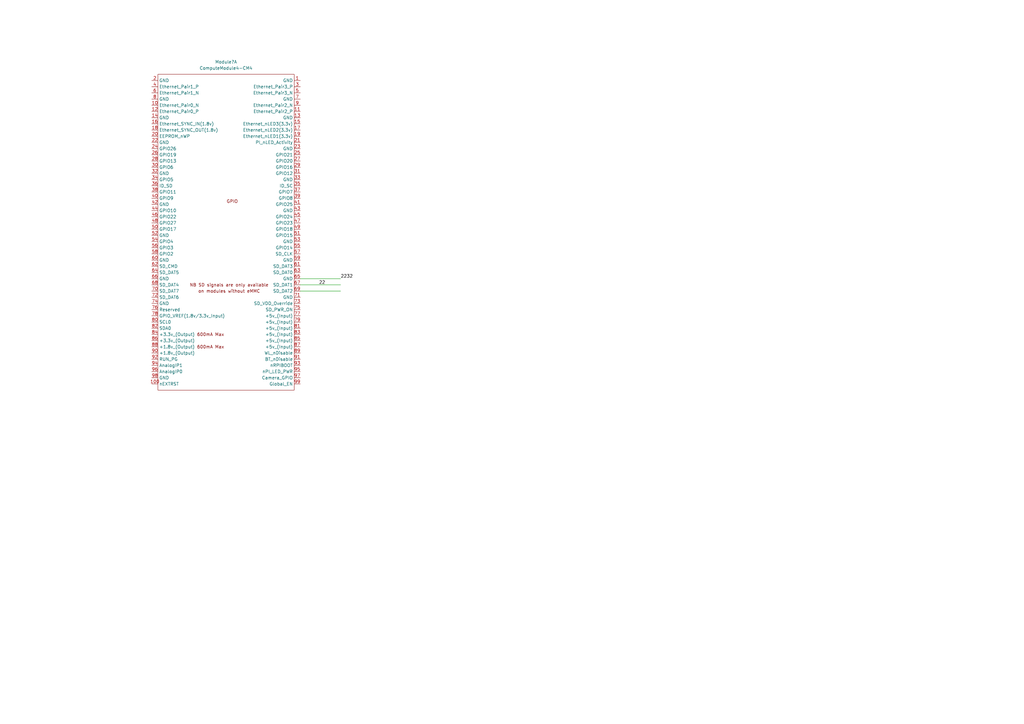
<source format=kicad_sch>
(kicad_sch (version 20211123) (generator eeschema)
  (paper "A3")
  (lib_symbols
    (symbol "haha:ComputeModule4-CM4"
      (property "Reference" "Module1" (at -2.54 61.595 0))
      (property "Value" "ComputeModule4-CM4" (at -2.54 59.2836 0))
      (symbol "ComputeModule4-CM4_1_0"
        (text "GPIO" (at 0 6.35 0) (effects (font (size 1.27 1.27))))
      )
      (symbol "ComputeModule4-CM4_1_1"
        (rectangle (start -30.48 -71.12) (end 25.4 58.42))
        (text "600mA Max" (at -8.89 -53.34 0) (effects (font (size 1.27 1.27))))
        (text "600mA Max" (at -8.89 -48.26 0) (effects (font (size 1.27 1.27))))
        (text "NB SD signals are only available" (at -1.27 -27.94 0) (effects (font (size 1.27 1.27))))
        (text "on modules without eMMC" (at -1.27 -30.48 0) (effects (font (size 1.27 1.27))))
        (pin power_in line (at 27.94 55.88 180) (length 2.54) (name "GND") (number "1"))
        (pin passive line (at -33.02 45.72 0) (length 2.54) (name "Ethernet_Pair0_N") (number "10"))
        (pin output line (at -33.02 -68.58 0) (length 2.54) (name "nEXTRST") (number "100"))
        (pin passive line (at 27.94 43.18 180) (length 2.54) (name "Ethernet_Pair2_P") (number "11"))
        (pin passive line (at -33.02 43.18 0) (length 2.54) (name "Ethernet_Pair0_P") (number "12"))
        (pin power_in line (at 27.94 40.64 180) (length 2.54) (name "GND") (number "13"))
        (pin power_in line (at -33.02 40.64 0) (length 2.54) (name "GND") (number "14"))
        (pin output line (at 27.94 38.1 180) (length 2.54) (name "Ethernet_nLED3(3.3v)") (number "15"))
        (pin input line (at -33.02 38.1 0) (length 2.54) (name "Ethernet_SYNC_IN(1.8v)") (number "16"))
        (pin output line (at 27.94 35.56 180) (length 2.54) (name "Ethernet_nLED2(3.3v)") (number "17"))
        (pin input line (at -33.02 35.56 0) (length 2.54) (name "Ethernet_SYNC_OUT(1.8v)") (number "18"))
        (pin output line (at 27.94 33.02 180) (length 2.54) (name "Ethernet_nLED1(3.3v)") (number "19"))
        (pin power_in line (at -33.02 55.88 0) (length 2.54) (name "GND") (number "2"))
        (pin passive line (at -33.02 33.02 0) (length 2.54) (name "EEPROM_nWP") (number "20"))
        (pin open_collector line (at 27.94 30.48 180) (length 2.54) (name "PI_nLED_Activity") (number "21"))
        (pin power_in line (at -33.02 30.48 0) (length 2.54) (name "GND") (number "22"))
        (pin power_in line (at 27.94 27.94 180) (length 2.54) (name "GND") (number "23"))
        (pin passive line (at -33.02 27.94 0) (length 2.54) (name "GPIO26") (number "24"))
        (pin passive line (at 27.94 25.4 180) (length 2.54) (name "GPIO21") (number "25"))
        (pin passive line (at -33.02 25.4 0) (length 2.54) (name "GPIO19") (number "26"))
        (pin passive line (at 27.94 22.86 180) (length 2.54) (name "GPIO20") (number "27"))
        (pin passive line (at -33.02 22.86 0) (length 2.54) (name "GPIO13") (number "28"))
        (pin passive line (at 27.94 20.32 180) (length 2.54) (name "GPIO16") (number "29"))
        (pin passive line (at 27.94 53.34 180) (length 2.54) (name "Ethernet_Pair3_P") (number "3"))
        (pin passive line (at -33.02 20.32 0) (length 2.54) (name "GPIO6") (number "30"))
        (pin passive line (at 27.94 17.78 180) (length 2.54) (name "GPIO12") (number "31"))
        (pin power_in line (at -33.02 17.78 0) (length 2.54) (name "GND") (number "32"))
        (pin power_in line (at 27.94 15.24 180) (length 2.54) (name "GND") (number "33"))
        (pin passive line (at -33.02 15.24 0) (length 2.54) (name "GPIO5") (number "34"))
        (pin passive line (at 27.94 12.7 180) (length 2.54) (name "ID_SC") (number "35"))
        (pin passive line (at -33.02 12.7 0) (length 2.54) (name "ID_SD") (number "36"))
        (pin passive line (at 27.94 10.16 180) (length 2.54) (name "GPIO7") (number "37"))
        (pin passive line (at -33.02 10.16 0) (length 2.54) (name "GPIO11") (number "38"))
        (pin passive line (at 27.94 7.62 180) (length 2.54) (name "GPIO8") (number "39"))
        (pin passive line (at -33.02 53.34 0) (length 2.54) (name "Ethernet_Pair1_P") (number "4"))
        (pin passive line (at -33.02 7.62 0) (length 2.54) (name "GPIO9") (number "40"))
        (pin passive line (at 27.94 5.08 180) (length 2.54) (name "GPIO25") (number "41"))
        (pin power_in line (at -33.02 5.08 0) (length 2.54) (name "GND") (number "42"))
        (pin power_in line (at 27.94 2.54 180) (length 2.54) (name "GND") (number "43"))
        (pin passive line (at -33.02 2.54 0) (length 2.54) (name "GPIO10") (number "44"))
        (pin passive line (at 27.94 0 180) (length 2.54) (name "GPIO24") (number "45"))
        (pin passive line (at -33.02 0 0) (length 2.54) (name "GPIO22") (number "46"))
        (pin passive line (at 27.94 -2.54 180) (length 2.54) (name "GPIO23") (number "47"))
        (pin passive line (at -33.02 -2.54 0) (length 2.54) (name "GPIO27") (number "48"))
        (pin passive line (at 27.94 -5.08 180) (length 2.54) (name "GPIO18") (number "49"))
        (pin passive line (at 27.94 50.8 180) (length 2.54) (name "Ethernet_Pair3_N") (number "5"))
        (pin passive line (at -33.02 -5.08 0) (length 2.54) (name "GPIO17") (number "50"))
        (pin passive line (at 27.94 -7.62 180) (length 2.54) (name "GPIO15") (number "51"))
        (pin power_in line (at -33.02 -7.62 0) (length 2.54) (name "GND") (number "52"))
        (pin power_in line (at 27.94 -10.16 180) (length 2.54) (name "GND") (number "53"))
        (pin passive line (at -33.02 -10.16 0) (length 2.54) (name "GPIO4") (number "54"))
        (pin passive line (at 27.94 -12.7 180) (length 2.54) (name "GPIO14") (number "55"))
        (pin passive line (at -33.02 -12.7 0) (length 2.54) (name "GPIO3") (number "56"))
        (pin passive line (at 27.94 -15.24 180) (length 2.54) (name "SD_CLK") (number "57"))
        (pin passive line (at -33.02 -15.24 0) (length 2.54) (name "GPIO2") (number "58"))
        (pin power_in line (at 27.94 -17.78 180) (length 2.54) (name "GND") (number "59"))
        (pin passive line (at -33.02 50.8 0) (length 2.54) (name "Ethernet_Pair1_N") (number "6"))
        (pin power_in line (at -33.02 -17.78 0) (length 2.54) (name "GND") (number "60"))
        (pin passive line (at 27.94 -20.32 180) (length 2.54) (name "SD_DAT3") (number "61"))
        (pin passive line (at -33.02 -20.32 0) (length 2.54) (name "SD_CMD") (number "62"))
        (pin passive line (at 27.94 -22.86 180) (length 2.54) (name "SD_DAT0") (number "63"))
        (pin passive line (at -33.02 -22.86 0) (length 2.54) (name "SD_DAT5") (number "64"))
        (pin power_in line (at 27.94 -25.4 180) (length 2.54) (name "GND") (number "65"))
        (pin power_in line (at -33.02 -25.4 0) (length 2.54) (name "GND") (number "66"))
        (pin passive line (at 27.94 -27.94 180) (length 2.54) (name "SD_DAT1") (number "67"))
        (pin passive line (at -33.02 -27.94 0) (length 2.54) (name "SD_DAT4") (number "68"))
        (pin passive line (at 27.94 -30.48 180) (length 2.54) (name "SD_DAT2") (number "69"))
        (pin power_in line (at 27.94 48.26 180) (length 2.54) (name "GND") (number "7"))
        (pin passive line (at -33.02 -30.48 0) (length 2.54) (name "SD_DAT7") (number "70"))
        (pin power_in line (at 27.94 -33.02 180) (length 2.54) (name "GND") (number "71"))
        (pin passive line (at -33.02 -33.02 0) (length 2.54) (name "SD_DAT6") (number "72"))
        (pin input line (at 27.94 -35.56 180) (length 2.54) (name "SD_VDD_Override") (number "73"))
        (pin power_in line (at -33.02 -35.56 0) (length 2.54) (name "GND") (number "74"))
        (pin output line (at 27.94 -38.1 180) (length 2.54) (name "SD_PWR_ON") (number "75"))
        (pin passive line (at -33.02 -38.1 0) (length 2.54) (name "Reserved") (number "76"))
        (pin power_in line (at 27.94 -40.64 180) (length 2.54) (name "+5v_(Input)") (number "77"))
        (pin power_in line (at -33.02 -40.64 0) (length 2.54) (name "GPIO_VREF(1.8v/3.3v_Input)") (number "78"))
        (pin power_in line (at 27.94 -43.18 180) (length 2.54) (name "+5v_(Input)") (number "79"))
        (pin power_in line (at -33.02 48.26 0) (length 2.54) (name "GND") (number "8"))
        (pin passive line (at -33.02 -43.18 0) (length 2.54) (name "SCL0") (number "80"))
        (pin power_in line (at 27.94 -45.72 180) (length 2.54) (name "+5v_(Input)") (number "81"))
        (pin passive line (at -33.02 -45.72 0) (length 2.54) (name "SDA0") (number "82"))
        (pin power_in line (at 27.94 -48.26 180) (length 2.54) (name "+5v_(Input)") (number "83"))
        (pin power_out line (at -33.02 -48.26 0) (length 2.54) (name "+3.3v_(Output)") (number "84"))
        (pin power_in line (at 27.94 -50.8 180) (length 2.54) (name "+5v_(Input)") (number "85"))
        (pin power_out line (at -33.02 -50.8 0) (length 2.54) (name "+3.3v_(Output)") (number "86"))
        (pin power_in line (at 27.94 -53.34 180) (length 2.54) (name "+5v_(Input)") (number "87"))
        (pin power_out line (at -33.02 -53.34 0) (length 2.54) (name "+1.8v_(Output)") (number "88"))
        (pin input line (at 27.94 -55.88 180) (length 2.54) (name "WL_nDisable") (number "89"))
        (pin passive line (at 27.94 45.72 180) (length 2.54) (name "Ethernet_Pair2_N") (number "9"))
        (pin power_out line (at -33.02 -55.88 0) (length 2.54) (name "+1.8v_(Output)") (number "90"))
        (pin input line (at 27.94 -58.42 180) (length 2.54) (name "BT_nDisable") (number "91"))
        (pin passive line (at -33.02 -58.42 0) (length 2.54) (name "RUN_PG") (number "92"))
        (pin input line (at 27.94 -60.96 180) (length 2.54) (name "nRPIBOOT") (number "93"))
        (pin passive line (at -33.02 -60.96 0) (length 2.54) (name "AnalogIP1") (number "94"))
        (pin output line (at 27.94 -63.5 180) (length 2.54) (name "nPI_LED_PWR") (number "95"))
        (pin passive line (at -33.02 -63.5 0) (length 2.54) (name "AnalogIP0") (number "96"))
        (pin passive line (at 27.94 -66.04 180) (length 2.54) (name "Camera_GPIO") (number "97"))
        (pin power_in line (at -33.02 -66.04 0) (length 2.54) (name "GND") (number "98"))
        (pin input line (at 27.94 -68.58 180) (length 2.54) (name "Global_EN") (number "99"))
      )
      (symbol "ComputeModule4-CM4_2_1"
        (rectangle (start 114.3 -66.04) (end 165.1 63.5))
        (text "High Speed Serial" (at 140.97 0 0) (effects (font (size 1.27 1.27))))
        (pin input line (at 170.18 60.96 180) (length 5.08) (name "USB_OTG_ID") (number "101"))
        (pin input line (at 109.22 60.96 0) (length 5.08) (name "PCIe_CLK_nREQ") (number "102"))
        (pin passive line (at 170.18 58.42 180) (length 5.08) (name "USB2_N") (number "103"))
        (pin passive line (at 109.22 58.42 0) (length 5.08) (name "Reserved") (number "104"))
        (pin passive line (at 170.18 55.88 180) (length 5.08) (name "USB2_P") (number "105"))
        (pin passive line (at 109.22 55.88 0) (length 5.08) (name "Reserved") (number "106"))
        (pin power_in line (at 170.18 53.34 180) (length 5.08) (name "GND") (number "107"))
        (pin power_in line (at 109.22 53.34 0) (length 5.08) (name "GND") (number "108"))
        (pin bidirectional line (at 170.18 50.8 180) (length 5.08) (name "PCIe_nRST") (number "109"))
        (pin output line (at 109.22 50.8 0) (length 5.08) (name "PCIe_CLK_P") (number "110"))
        (pin passive line (at 170.18 48.26 180) (length 5.08) (name "VDAC_COMP") (number "111"))
        (pin output line (at 109.22 48.26 0) (length 5.08) (name "PCIe_CLK_N") (number "112"))
        (pin power_in line (at 170.18 45.72 180) (length 5.08) (name "GND") (number "113"))
        (pin power_in line (at 109.22 45.72 0) (length 5.08) (name "GND") (number "114"))
        (pin input line (at 170.18 43.18 180) (length 5.08) (name "CAM1_D0_N") (number "115"))
        (pin input line (at 109.22 43.18 0) (length 5.08) (name "PCIe_RX_P") (number "116"))
        (pin input line (at 170.18 40.64 180) (length 5.08) (name "CAM1_D0_P") (number "117"))
        (pin input line (at 109.22 40.64 0) (length 5.08) (name "PCIe_RX_N") (number "118"))
        (pin power_in line (at 170.18 38.1 180) (length 5.08) (name "GND") (number "119"))
        (pin power_in line (at 109.22 38.1 0) (length 5.08) (name "GND") (number "120"))
        (pin input line (at 170.18 35.56 180) (length 5.08) (name "CAM1_D1_N") (number "121"))
        (pin output line (at 109.22 35.56 0) (length 5.08) (name "PCIe_TX_P") (number "122"))
        (pin input line (at 170.18 33.02 180) (length 5.08) (name "CAM1_D1_P") (number "123"))
        (pin output line (at 109.22 33.02 0) (length 5.08) (name "PCIe_TX_N") (number "124"))
        (pin power_in line (at 170.18 30.48 180) (length 5.08) (name "GND") (number "125"))
        (pin power_in line (at 109.22 30.48 0) (length 5.08) (name "GND") (number "126"))
        (pin input line (at 170.18 27.94 180) (length 5.08) (name "CAM1_C_N") (number "127"))
        (pin input line (at 109.22 27.94 0) (length 5.08) (name "CAM0_D0_N") (number "128"))
        (pin input line (at 170.18 25.4 180) (length 5.08) (name "CAM1_C_P") (number "129"))
        (pin input line (at 109.22 25.4 0) (length 5.08) (name "CAM0_D0_P") (number "130"))
        (pin power_in line (at 170.18 22.86 180) (length 5.08) (name "GND") (number "131"))
        (pin power_in line (at 109.22 22.86 0) (length 5.08) (name "GND") (number "132"))
        (pin input line (at 170.18 20.32 180) (length 5.08) (name "CAM1_D2_N") (number "133"))
        (pin input line (at 109.22 20.32 0) (length 5.08) (name "CAM0_D1_N") (number "134"))
        (pin input line (at 170.18 17.78 180) (length 5.08) (name "CAM1_D2_P") (number "135"))
        (pin input line (at 109.22 17.78 0) (length 5.08) (name "CAM0_D1_P") (number "136"))
        (pin power_in line (at 170.18 15.24 180) (length 5.08) (name "GND") (number "137"))
        (pin power_in line (at 109.22 15.24 0) (length 5.08) (name "GND") (number "138"))
        (pin input line (at 170.18 12.7 180) (length 5.08) (name "CAM1_D3_N") (number "139"))
        (pin input line (at 109.22 12.7 0) (length 5.08) (name "CAM0_C_N") (number "140"))
        (pin input line (at 170.18 10.16 180) (length 5.08) (name "CAM1_D3_P") (number "141"))
        (pin input line (at 109.22 10.16 0) (length 5.08) (name "CAM0_C_P") (number "142"))
        (pin input line (at 170.18 7.62 180) (length 5.08) (name "HDMI1_HOTPLUG") (number "143"))
        (pin power_in line (at 109.22 7.62 0) (length 5.08) (name "GND") (number "144"))
        (pin bidirectional line (at 170.18 5.08 180) (length 5.08) (name "HDMI1_SDA") (number "145"))
        (pin output line (at 109.22 5.08 0) (length 5.08) (name "HDMI1_TX2_P") (number "146"))
        (pin open_collector line (at 170.18 2.54 180) (length 5.08) (name "HDMI1_SCL") (number "147"))
        (pin output line (at 109.22 2.54 0) (length 5.08) (name "HDMI1_TX2_N") (number "148"))
        (pin open_collector line (at 170.18 0 180) (length 5.08) (name "HDMI1_CEC") (number "149"))
        (pin power_in line (at 109.22 0 0) (length 5.08) (name "GND") (number "150"))
        (pin open_collector line (at 170.18 -2.54 180) (length 5.08) (name "HDMI0_CEC") (number "151"))
        (pin output line (at 109.22 -2.54 0) (length 5.08) (name "HDMI1_TX1_P") (number "152"))
        (pin input line (at 170.18 -5.08 180) (length 5.08) (name "HDMI0_HOTPLUG") (number "153"))
        (pin output line (at 109.22 -5.08 0) (length 5.08) (name "HDMI1_TX1_N") (number "154"))
        (pin power_in line (at 170.18 -7.62 180) (length 5.08) (name "GND") (number "155"))
        (pin power_in line (at 109.22 -7.62 0) (length 5.08) (name "GND") (number "156"))
        (pin output line (at 170.18 -10.16 180) (length 5.08) (name "DSI0_D0_N") (number "157"))
        (pin output line (at 109.22 -10.16 0) (length 5.08) (name "HDMI1_TX0_P") (number "158"))
        (pin output line (at 170.18 -12.7 180) (length 5.08) (name "DSI0_D0_P") (number "159"))
        (pin output line (at 109.22 -12.7 0) (length 5.08) (name "HDMI1_TX0_N") (number "160"))
        (pin power_in line (at 170.18 -15.24 180) (length 5.08) (name "GND") (number "161"))
        (pin power_in line (at 109.22 -15.24 0) (length 5.08) (name "GND") (number "162"))
        (pin output line (at 170.18 -17.78 180) (length 5.08) (name "DSI0_D1_N") (number "163"))
        (pin output line (at 109.22 -17.78 0) (length 5.08) (name "HDMI1_CLK_P") (number "164"))
        (pin output line (at 170.18 -20.32 180) (length 5.08) (name "DSI0_D1_P") (number "165"))
        (pin output line (at 109.22 -20.32 0) (length 5.08) (name "HDMI1_CLK_N") (number "166"))
        (pin power_in line (at 170.18 -22.86 180) (length 5.08) (name "GND") (number "167"))
        (pin power_in line (at 109.22 -22.86 0) (length 5.08) (name "GND") (number "168"))
        (pin output line (at 170.18 -25.4 180) (length 5.08) (name "DSI0_C_N") (number "169"))
        (pin output line (at 109.22 -25.4 0) (length 5.08) (name "HDMI0_TX2_P") (number "170"))
        (pin output line (at 170.18 -27.94 180) (length 5.08) (name "DSI0_C_P") (number "171"))
        (pin output line (at 109.22 -27.94 0) (length 5.08) (name "HDMI0_TX2_N") (number "172"))
        (pin power_in line (at 170.18 -30.48 180) (length 5.08) (name "GND") (number "173"))
        (pin power_in line (at 109.22 -30.48 0) (length 5.08) (name "GND") (number "174"))
        (pin output line (at 170.18 -33.02 180) (length 5.08) (name "DSI1_D0_N") (number "175"))
        (pin output line (at 109.22 -33.02 0) (length 5.08) (name "HDMI0_TX1_P") (number "176"))
        (pin output line (at 170.18 -35.56 180) (length 5.08) (name "DSI1_D0_P") (number "177"))
        (pin output line (at 109.22 -35.56 0) (length 5.08) (name "HDMI0_TX1_N") (number "178"))
        (pin power_in line (at 170.18 -38.1 180) (length 5.08) (name "GND") (number "179"))
        (pin power_in line (at 109.22 -38.1 0) (length 5.08) (name "GND") (number "180"))
        (pin output line (at 170.18 -40.64 180) (length 5.08) (name "DSI1_D1_N") (number "181"))
        (pin output line (at 109.22 -40.64 0) (length 5.08) (name "HDMI0_TX0_P") (number "182"))
        (pin output line (at 170.18 -43.18 180) (length 5.08) (name "DSI1_D1_P") (number "183"))
        (pin output line (at 109.22 -43.18 0) (length 5.08) (name "HDMI0_TX0_N") (number "184"))
        (pin power_in line (at 170.18 -45.72 180) (length 5.08) (name "GND") (number "185"))
        (pin power_in line (at 109.22 -45.72 0) (length 5.08) (name "GND") (number "186"))
        (pin output line (at 170.18 -48.26 180) (length 5.08) (name "DSI1_C_N") (number "187"))
        (pin output line (at 109.22 -48.26 0) (length 5.08) (name "HDMI0_CLK_P") (number "188"))
        (pin output line (at 170.18 -50.8 180) (length 5.08) (name "DSI1_C_P") (number "189"))
        (pin output line (at 109.22 -50.8 0) (length 5.08) (name "HDMI0_CLK_N") (number "190"))
        (pin power_in line (at 170.18 -53.34 180) (length 5.08) (name "GND") (number "191"))
        (pin power_in line (at 109.22 -53.34 0) (length 5.08) (name "GND") (number "192"))
        (pin output line (at 170.18 -55.88 180) (length 5.08) (name "DSI1_D2_N") (number "193"))
        (pin output line (at 109.22 -55.88 0) (length 5.08) (name "DSI1_D3_N") (number "194"))
        (pin output line (at 170.18 -58.42 180) (length 5.08) (name "DSI1_D2_P") (number "195"))
        (pin output line (at 109.22 -58.42 0) (length 5.08) (name "DSI1_D3_P") (number "196"))
        (pin power_in line (at 170.18 -60.96 180) (length 5.08) (name "GND") (number "197"))
        (pin power_in line (at 109.22 -60.96 0) (length 5.08) (name "GND") (number "198"))
        (pin bidirectional line (at 170.18 -63.5 180) (length 5.08) (name "HDMI0_SDA") (number "199"))
        (pin open_collector line (at 109.22 -63.5 0) (length 5.08) (name "HDMI0_SCL") (number "200"))
      )
    )
  )
  (wire (pts (xy 123.19 116.84) (xy 139.7 116.84)))
  (wire (pts (xy 123.19 119.38) (xy 139.7 119.38)))
  (wire (pts (xy 123.19 114.3) (xy 139.7 114.3)))
  (label "22" (at 130.81 116.84 0))
  (label "2232" (at 139.7 114.3 0))
  (symbol (lib_id "haha:ComputeModule4-CM4") (at 95.25 88.9 0) (unit 1)
    (property "Reference" "Module?" (at 92.71 25.4 0))
    (property "Value" "ComputeModule4-CM4" (at 92.71 27.94 0))
    (property "Footprint" "CM4IO:Raspberry-Pi-4-Compute-Module" (effects hide))
    (property "Field4" "Hirose" (effects hide))
    (property "Field5" "2off DF40C-100DS-0.4V" (effects hide))
    (property "Field6" "2off DF40C-100DS-0.4V" (effects hide))
    (property "Field7" "Hirose" (effects hide))
    (property "Part Description" "	100 Position Connector Receptacle, Center Strip Contacts Surface Mount Gold" (effects hide))
  )
)
</source>
